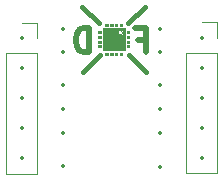
<source format=gbo>
%TF.GenerationSoftware,KiCad,Pcbnew,8.0.3*%
%TF.CreationDate,2024-07-29T06:26:44+12:00*%
%TF.ProjectId,sot23-6,736f7432-332d-4362-9e6b-696361645f70,rev?*%
%TF.SameCoordinates,Original*%
%TF.FileFunction,Legend,Bot*%
%TF.FilePolarity,Positive*%
%FSLAX46Y46*%
G04 Gerber Fmt 4.6, Leading zero omitted, Abs format (unit mm)*
G04 Created by KiCad (PCBNEW 8.0.3) date 2024-07-29 06:26:44*
%MOMM*%
%LPD*%
G01*
G04 APERTURE LIST*
%ADD10C,0.500000*%
%ADD11C,0.400000*%
%ADD12C,0.100000*%
%ADD13C,0.120000*%
%ADD14C,0.350000*%
G04 APERTURE END LIST*
D10*
X-24901584Y-10575685D02*
X-24901584Y-8575685D01*
X-24901584Y-8575685D02*
X-25377774Y-8575685D01*
X-25377774Y-8575685D02*
X-25663489Y-8670923D01*
X-25663489Y-8670923D02*
X-25853965Y-8861399D01*
X-25853965Y-8861399D02*
X-25949203Y-9051875D01*
X-25949203Y-9051875D02*
X-26044441Y-9432827D01*
X-26044441Y-9432827D02*
X-26044441Y-9718542D01*
X-26044441Y-9718542D02*
X-25949203Y-10099494D01*
X-25949203Y-10099494D02*
X-25853965Y-10289970D01*
X-25853965Y-10289970D02*
X-25663489Y-10480447D01*
X-25663489Y-10480447D02*
X-25377774Y-10575685D01*
X-25377774Y-10575685D02*
X-24901584Y-10575685D01*
X-20768251Y-9528066D02*
X-20101584Y-9528066D01*
X-20101584Y-10575685D02*
X-20101584Y-8575685D01*
X-20101584Y-8575685D02*
X-21053965Y-8575685D01*
D11*
%TO.C,G\u002A\u002A\u002A*%
X-20089339Y-12267768D02*
X-21503553Y-10853554D01*
X-20189339Y-6739340D02*
X-21603553Y-8153554D01*
X-25410660Y-12260661D02*
X-23996446Y-10846447D01*
X-25510660Y-6732233D02*
X-24096446Y-8146447D01*
D12*
X-21710400Y-8967241D02*
X-21535311Y-8967241D01*
X-21535311Y-8792042D01*
X-21710400Y-8792042D01*
X-21710400Y-8967241D01*
G36*
X-21710400Y-8967241D02*
G01*
X-21535311Y-8967241D01*
X-21535311Y-8792042D01*
X-21710400Y-8792042D01*
X-21710400Y-8967241D01*
G37*
X-21710400Y-9390240D02*
X-21535311Y-9390240D01*
X-21535311Y-9215041D01*
X-21710400Y-9215041D01*
X-21710400Y-9390240D01*
G36*
X-21710400Y-9390240D02*
G01*
X-21535311Y-9390240D01*
X-21535311Y-9215041D01*
X-21710400Y-9215041D01*
X-21710400Y-9390240D01*
G37*
X-21710400Y-9801026D02*
X-21535311Y-9801026D01*
X-21535311Y-9625827D01*
X-21710400Y-9625827D01*
X-21710400Y-9801026D01*
G36*
X-21710400Y-9801026D02*
G01*
X-21535311Y-9801026D01*
X-21535311Y-9625827D01*
X-21710400Y-9625827D01*
X-21710400Y-9801026D01*
G37*
X-21710400Y-10184379D02*
X-21535311Y-10184379D01*
X-21535311Y-10009180D01*
X-21710400Y-10009180D01*
X-21710400Y-10184379D01*
G36*
X-21710400Y-10184379D02*
G01*
X-21535311Y-10184379D01*
X-21535311Y-10009180D01*
X-21710400Y-10009180D01*
X-21710400Y-10184379D01*
G37*
X-23745025Y-10429393D02*
X-21907299Y-10429393D01*
X-21907299Y-8558850D01*
X-23745025Y-8558850D01*
X-23745025Y-10429393D01*
X-22083469Y-9146447D02*
X-21931344Y-9146447D01*
X-21931344Y-8646447D01*
X-22083469Y-8646447D01*
X-22083469Y-9146447D01*
G36*
X-22083469Y-9146447D02*
G01*
X-21931344Y-9146447D01*
X-21931344Y-8646447D01*
X-22083469Y-8646447D01*
X-22083469Y-9146447D01*
G37*
X-22451397Y-8723568D02*
X-21931344Y-8723568D01*
X-21931344Y-8646447D01*
X-22451397Y-8646447D01*
X-22451397Y-8723568D01*
G36*
X-22451397Y-8723568D02*
G01*
X-21931344Y-8723568D01*
X-21931344Y-8646447D01*
X-22451397Y-8646447D01*
X-22451397Y-8723568D01*
G37*
X-23696446Y-10346447D02*
X-21996446Y-10346447D01*
X-21996446Y-9146447D01*
X-23696446Y-9146447D01*
X-23696446Y-10346447D01*
G36*
X-23696446Y-10346447D02*
G01*
X-21996446Y-10346447D01*
X-21996446Y-9146447D01*
X-23696446Y-9146447D01*
X-23696446Y-10346447D01*
G37*
X-22311878Y-8380515D02*
X-22136679Y-8380515D01*
X-22136679Y-8205426D01*
X-22311878Y-8205426D01*
X-22311878Y-8380515D01*
G36*
X-22311878Y-8380515D02*
G01*
X-22136679Y-8380515D01*
X-22136679Y-8205426D01*
X-22311878Y-8205426D01*
X-22311878Y-8380515D01*
G37*
X-22311878Y-10833991D02*
X-22136679Y-10833991D01*
X-22136679Y-10658902D01*
X-22311878Y-10658902D01*
X-22311878Y-10833991D01*
G36*
X-22311878Y-10833991D02*
G01*
X-22136679Y-10833991D01*
X-22136679Y-10658902D01*
X-22311878Y-10658902D01*
X-22311878Y-10833991D01*
G37*
X-23696446Y-9074749D02*
X-22508002Y-9074749D01*
X-22508002Y-8646447D01*
X-23696446Y-8646447D01*
X-23696446Y-9074749D01*
G36*
X-23696446Y-9074749D02*
G01*
X-22508002Y-9074749D01*
X-22508002Y-8646447D01*
X-23696446Y-8646447D01*
X-23696446Y-9074749D01*
G37*
X-22695231Y-8380515D02*
X-22520032Y-8380515D01*
X-22520032Y-8205426D01*
X-22695231Y-8205426D01*
X-22695231Y-8380515D01*
G36*
X-22695231Y-8380515D02*
G01*
X-22520032Y-8380515D01*
X-22520032Y-8205426D01*
X-22695231Y-8205426D01*
X-22695231Y-8380515D01*
G37*
X-22695231Y-10833991D02*
X-22520032Y-10833991D01*
X-22520032Y-10658902D01*
X-22695231Y-10658902D01*
X-22695231Y-10833991D01*
G36*
X-22695231Y-10833991D02*
G01*
X-22520032Y-10833991D01*
X-22520032Y-10658902D01*
X-22695231Y-10658902D01*
X-22695231Y-10833991D01*
G37*
X-23106017Y-8380515D02*
X-22930818Y-8380515D01*
X-22930818Y-8205426D01*
X-23106017Y-8205426D01*
X-23106017Y-8380515D01*
G36*
X-23106017Y-8380515D02*
G01*
X-22930818Y-8380515D01*
X-22930818Y-8205426D01*
X-23106017Y-8205426D01*
X-23106017Y-8380515D01*
G37*
X-23106017Y-10833991D02*
X-22930818Y-10833991D01*
X-22930818Y-10658902D01*
X-23106017Y-10658902D01*
X-23106017Y-10833991D01*
G36*
X-23106017Y-10833991D02*
G01*
X-22930818Y-10833991D01*
X-22930818Y-10658902D01*
X-23106017Y-10658902D01*
X-23106017Y-10833991D01*
G37*
X-23529016Y-8380515D02*
X-23353817Y-8380515D01*
X-23353817Y-8205426D01*
X-23529016Y-8205426D01*
X-23529016Y-8380515D01*
G36*
X-23529016Y-8380515D02*
G01*
X-23353817Y-8380515D01*
X-23353817Y-8205426D01*
X-23529016Y-8205426D01*
X-23529016Y-8380515D01*
G37*
X-23529016Y-10833991D02*
X-23353817Y-10833991D01*
X-23353817Y-10658902D01*
X-23529016Y-10658902D01*
X-23529016Y-10833991D01*
G36*
X-23529016Y-10833991D02*
G01*
X-23353817Y-10833991D01*
X-23353817Y-10658902D01*
X-23529016Y-10658902D01*
X-23529016Y-10833991D01*
G37*
X-24122742Y-8967241D02*
X-23947653Y-8967241D01*
X-23947653Y-8792042D01*
X-24122742Y-8792042D01*
X-24122742Y-8967241D01*
G36*
X-24122742Y-8967241D02*
G01*
X-23947653Y-8967241D01*
X-23947653Y-8792042D01*
X-24122742Y-8792042D01*
X-24122742Y-8967241D01*
G37*
X-24122742Y-9390240D02*
X-23947653Y-9390240D01*
X-23947653Y-9215041D01*
X-24122742Y-9215041D01*
X-24122742Y-9390240D01*
G36*
X-24122742Y-9390240D02*
G01*
X-23947653Y-9390240D01*
X-23947653Y-9215041D01*
X-24122742Y-9215041D01*
X-24122742Y-9390240D01*
G37*
X-24122742Y-9801026D02*
X-23947653Y-9801026D01*
X-23947653Y-9625827D01*
X-24122742Y-9625827D01*
X-24122742Y-9801026D01*
G36*
X-24122742Y-9801026D02*
G01*
X-23947653Y-9801026D01*
X-23947653Y-9625827D01*
X-24122742Y-9625827D01*
X-24122742Y-9801026D01*
G37*
X-24122742Y-10184379D02*
X-23947653Y-10184379D01*
X-23947653Y-10009180D01*
X-24122742Y-10009180D01*
X-24122742Y-10184379D01*
G36*
X-24122742Y-10184379D02*
G01*
X-23947653Y-10184379D01*
X-23947653Y-10009180D01*
X-24122742Y-10009180D01*
X-24122742Y-10184379D01*
G37*
X-22096446Y-8946447D02*
G75*
G02*
X-22496446Y-8946447I-200000J0D01*
G01*
X-22496446Y-8946447D02*
G75*
G02*
X-22096446Y-8946447I200000J0D01*
G01*
D13*
%TO.C,J102*%
X-16710000Y-20850000D02*
X-16710000Y-10630000D01*
X-16710000Y-20850000D02*
X-14050000Y-20850000D01*
X-16710000Y-10630000D02*
X-14050000Y-10630000D01*
X-14050000Y-20850000D02*
X-14050000Y-10630000D01*
X-14050000Y-8030000D02*
X-14050000Y-9360000D01*
X-15380000Y-8030000D02*
X-14050000Y-8030000D01*
%TO.C,J101*%
X-31950000Y-20910000D02*
X-31950000Y-10690000D01*
X-31950000Y-20910000D02*
X-29290000Y-20910000D01*
X-31950000Y-10690000D02*
X-29290000Y-10690000D01*
X-29290000Y-20910000D02*
X-29290000Y-10690000D01*
X-29290000Y-8090000D02*
X-29290000Y-9420000D01*
X-30620000Y-8090000D02*
X-29290000Y-8090000D01*
%TD*%
D14*
X-27100000Y-13400000D03*
X-27100000Y-10600000D03*
X-18900000Y-10600000D03*
X-18900000Y-8600000D03*
X-27100000Y-17400000D03*
X-18900000Y-17400000D03*
X-18900000Y-13400000D03*
X-27100000Y-20200000D03*
X-18900000Y-15400000D03*
X-15380000Y-19520000D03*
X-15380000Y-16980000D03*
X-15380000Y-14440000D03*
X-15380000Y-11900000D03*
X-15380000Y-9360000D03*
X-18900000Y-20300000D03*
X-27100000Y-15400000D03*
X-30620000Y-19580000D03*
X-30620000Y-17040000D03*
X-30620000Y-14500000D03*
X-30620000Y-11960000D03*
X-30620000Y-9420000D03*
X-27100000Y-8600000D03*
M02*

</source>
